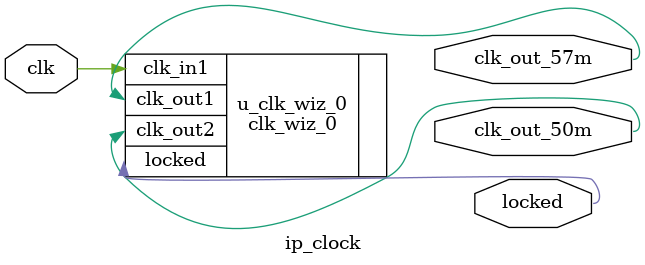
<source format=v>
`timescale 1ns / 1ps


module ip_clock(
    input wire      clk,
        
    output wire     locked,
    output wire     clk_out_57m,
    output wire     clk_out_50m
    );
    
    clk_wiz_0 u_clk_wiz_0
    (
    // Clock out ports
    .clk_out1                 (clk_out_57m),
    .clk_out2                 (clk_out_50m),               
    // Status and control signals
    .locked                   (locked),
    // Clock in ports
    .clk_in1                  (clk)
    );
    
    
endmodule

</source>
